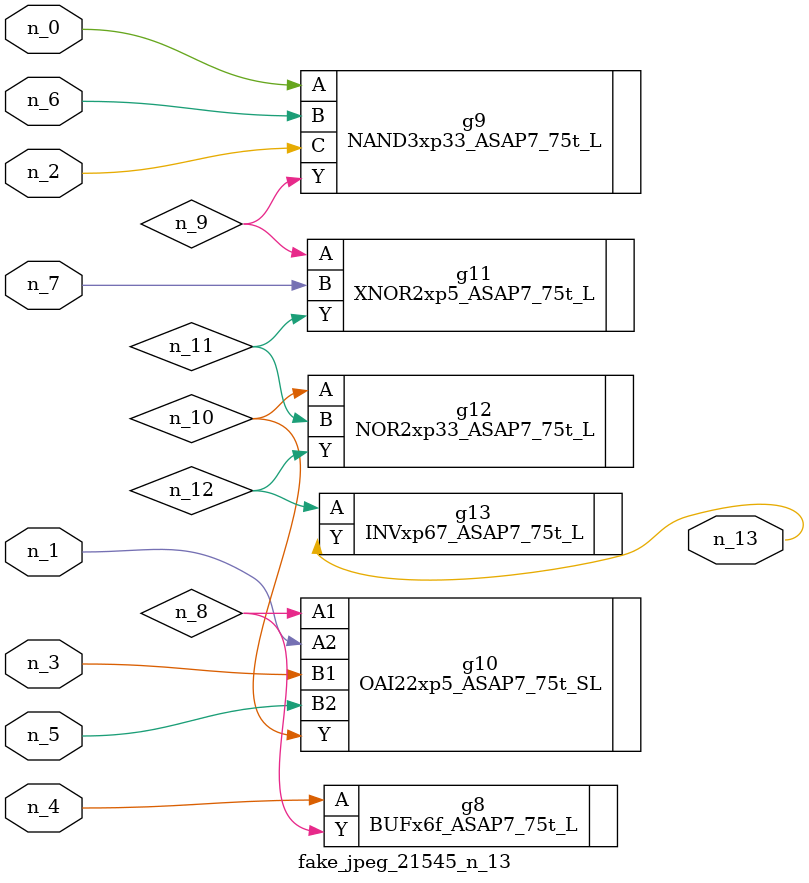
<source format=v>
module fake_jpeg_21545_n_13 (n_3, n_2, n_1, n_0, n_4, n_6, n_5, n_7, n_13);

input n_3;
input n_2;
input n_1;
input n_0;
input n_4;
input n_6;
input n_5;
input n_7;

output n_13;

wire n_11;
wire n_10;
wire n_12;
wire n_8;
wire n_9;

BUFx6f_ASAP7_75t_L g8 ( 
.A(n_4),
.Y(n_8)
);

NAND3xp33_ASAP7_75t_L g9 ( 
.A(n_0),
.B(n_6),
.C(n_2),
.Y(n_9)
);

OAI22xp5_ASAP7_75t_SL g10 ( 
.A1(n_8),
.A2(n_1),
.B1(n_3),
.B2(n_5),
.Y(n_10)
);

NOR2xp33_ASAP7_75t_L g12 ( 
.A(n_10),
.B(n_11),
.Y(n_12)
);

XNOR2xp5_ASAP7_75t_L g11 ( 
.A(n_9),
.B(n_7),
.Y(n_11)
);

INVxp67_ASAP7_75t_L g13 ( 
.A(n_12),
.Y(n_13)
);


endmodule
</source>
